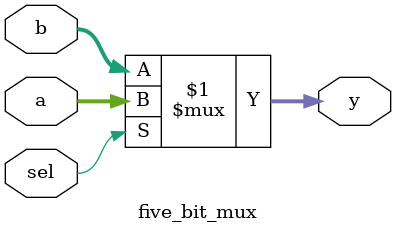
<source format=v>
module five_bit_mux(
        output wire    [4:0]  y,              // Output of Multiplexer
        input  wire    [4:0]  a,              // Input 1 of Multiplexer
                              b,              // Input 0 of Multiplexer
        input  wire           sel     // Select Input
   );

   assign y = sel ? a : b;

endmodule // five_bit_mux
                                

</source>
